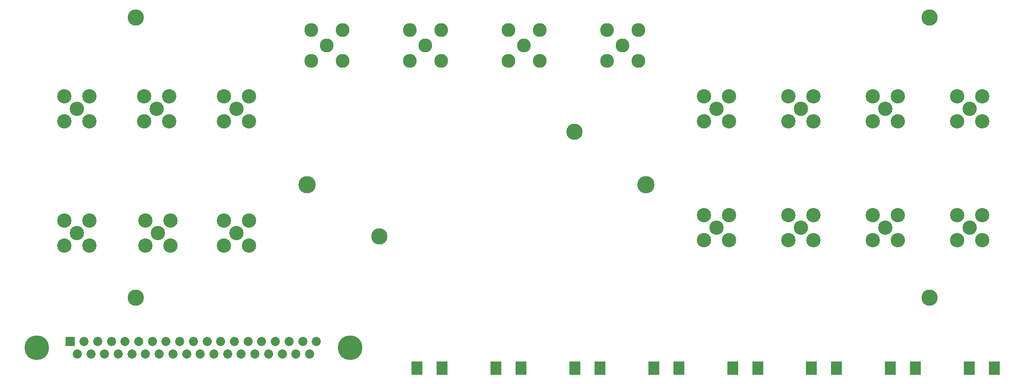
<source format=gts>
G04*
G04 #@! TF.GenerationSoftware,Altium Limited,Altium Designer,24.1.2 (44)*
G04*
G04 Layer_Color=8388736*
%FSLAX43Y43*%
%MOMM*%
G71*
G04*
G04 #@! TF.SameCoordinates,824917EC-EC0E-457F-9D36-E806AB631C10*
G04*
G04*
G04 #@! TF.FilePolarity,Negative*
G04*
G01*
G75*
%ADD14C,3.303*%
%ADD15C,3.503*%
%ADD16C,2.903*%
%ADD17C,2.803*%
%ADD18R,1.853X1.853*%
%ADD19C,1.853*%
%ADD20C,5.003*%
%ADD21R,2.203X2.703*%
D14*
X23495Y17780D02*
D03*
X184404D02*
D03*
Y74676D02*
D03*
X23495D02*
D03*
X112395Y51435D02*
D03*
X72847Y30226D02*
D03*
D15*
X58242Y40716D02*
D03*
X126873D02*
D03*
D16*
X189992Y53594D02*
D03*
X189992Y58674D02*
D03*
X195072D02*
D03*
Y53594D02*
D03*
X192532Y56134D02*
D03*
X172889Y53594D02*
D03*
X172889Y58674D02*
D03*
X177969D02*
D03*
Y53594D02*
D03*
X175429Y56134D02*
D03*
X155787Y53594D02*
D03*
X155787Y58674D02*
D03*
X160867D02*
D03*
Y53594D02*
D03*
X158327Y56134D02*
D03*
X138684Y53594D02*
D03*
X138684Y58674D02*
D03*
X143764D02*
D03*
Y53594D02*
D03*
X141224Y56134D02*
D03*
X14072Y58674D02*
D03*
X14072Y53594D02*
D03*
X8992D02*
D03*
Y58674D02*
D03*
X11532Y56134D02*
D03*
X25197Y53594D02*
D03*
X25197Y58674D02*
D03*
X30277D02*
D03*
Y53594D02*
D03*
X27737Y56134D02*
D03*
X41402Y53594D02*
D03*
X41402Y58674D02*
D03*
X46482D02*
D03*
Y53594D02*
D03*
X43942Y56134D02*
D03*
X189992Y29464D02*
D03*
X189992Y34544D02*
D03*
X195072D02*
D03*
Y29464D02*
D03*
X192532Y32004D02*
D03*
X172889Y29464D02*
D03*
X172889Y34544D02*
D03*
X177969D02*
D03*
Y29464D02*
D03*
X175429Y32004D02*
D03*
X155787Y29464D02*
D03*
X155787Y34544D02*
D03*
X160867D02*
D03*
Y29464D02*
D03*
X158327Y32004D02*
D03*
X138684Y29464D02*
D03*
X138684Y34544D02*
D03*
X143764D02*
D03*
Y29464D02*
D03*
X141224Y32004D02*
D03*
X46482Y33401D02*
D03*
X46482Y28321D02*
D03*
X41402D02*
D03*
Y33401D02*
D03*
X43942Y30861D02*
D03*
X30531Y33401D02*
D03*
X30531Y28321D02*
D03*
X25451D02*
D03*
Y33401D02*
D03*
X27991Y30861D02*
D03*
X8992Y28321D02*
D03*
X8992Y33401D02*
D03*
X14072D02*
D03*
Y28321D02*
D03*
X11532Y30861D02*
D03*
D17*
X122174Y68961D02*
D03*
X125324Y72111D02*
D03*
Y65811D02*
D03*
X119024D02*
D03*
Y72111D02*
D03*
X82211Y68961D02*
D03*
X85361Y72111D02*
D03*
Y65811D02*
D03*
X79061D02*
D03*
Y72111D02*
D03*
X102193Y68961D02*
D03*
X105343Y72111D02*
D03*
Y65811D02*
D03*
X99043D02*
D03*
Y72111D02*
D03*
X62230Y68961D02*
D03*
X65380Y72111D02*
D03*
Y65811D02*
D03*
X59080D02*
D03*
Y72111D02*
D03*
D18*
X10249Y8890D02*
D03*
D19*
X13019D02*
D03*
X15789D02*
D03*
X18559D02*
D03*
X21329D02*
D03*
X24099D02*
D03*
X26869D02*
D03*
X29639D02*
D03*
X32409D02*
D03*
X35179D02*
D03*
X37949D02*
D03*
X40719D02*
D03*
X43489D02*
D03*
X46259D02*
D03*
X49029D02*
D03*
X51799D02*
D03*
X54569D02*
D03*
X57339D02*
D03*
X60109D02*
D03*
X11634Y6350D02*
D03*
X14404D02*
D03*
X17174D02*
D03*
X19944D02*
D03*
X22714D02*
D03*
X25484D02*
D03*
X28254D02*
D03*
X31024D02*
D03*
X33794D02*
D03*
X36564D02*
D03*
X39334D02*
D03*
X42104D02*
D03*
X44874D02*
D03*
X47644D02*
D03*
X50414D02*
D03*
X53184D02*
D03*
X55954D02*
D03*
X58724D02*
D03*
D20*
X3429Y7620D02*
D03*
X66929D02*
D03*
D21*
X197485Y3429D02*
D03*
X192405D02*
D03*
X133550D02*
D03*
X128470D02*
D03*
X117566D02*
D03*
X112486D02*
D03*
X181501D02*
D03*
X176421D02*
D03*
X101582D02*
D03*
X96502D02*
D03*
X165517D02*
D03*
X160437D02*
D03*
X85598D02*
D03*
X80518D02*
D03*
X149533D02*
D03*
X144453D02*
D03*
M02*

</source>
